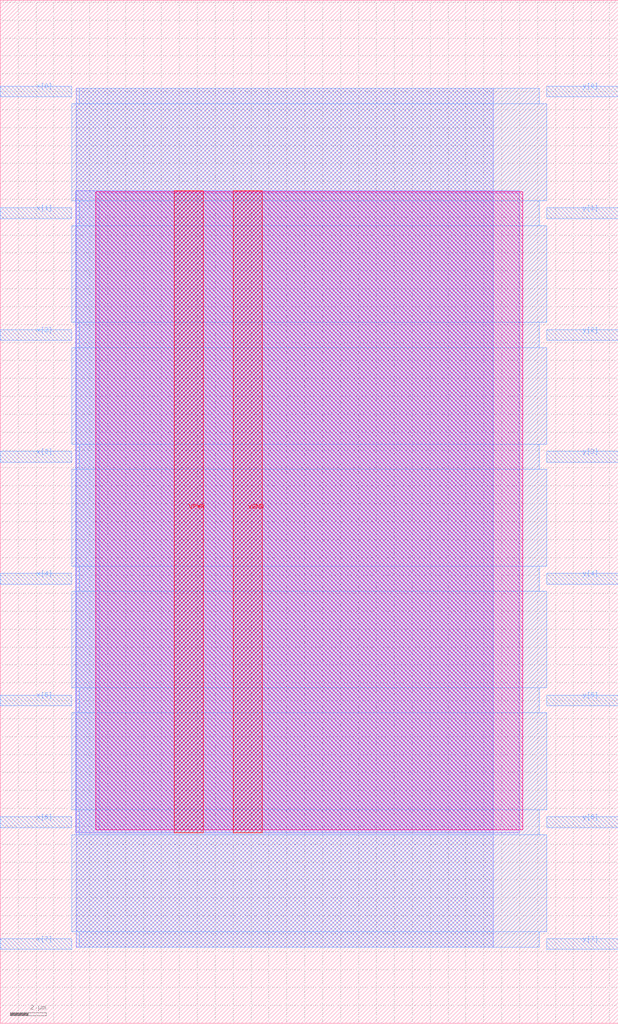
<source format=lef>
VERSION 5.7 ;
  NOWIREEXTENSIONATPIN ON ;
  DIVIDERCHAR "/" ;
  BUSBITCHARS "[]" ;
MACRO complement
  CLASS BLOCK ;
  FOREIGN complement ;
  ORIGIN 0.000 0.000 ;
  SIZE 34.500 BY 57.120 ;
  PIN VGND
    DIRECTION INOUT ;
    USE GROUND ;
    PORT
      LAYER met4 ;
        RECT 13.020 10.640 14.620 46.480 ;
    END
  END VGND
  PIN VPWR
    DIRECTION INOUT ;
    USE POWER ;
    PORT
      LAYER met4 ;
        RECT 9.720 10.640 11.320 46.480 ;
    END
  END VPWR
  PIN x[0]
    DIRECTION INPUT ;
    USE SIGNAL ;
    ANTENNAGATEAREA 0.196500 ;
    PORT
      LAYER met3 ;
        RECT 0.000 51.720 4.000 52.320 ;
    END
  END x[0]
  PIN x[1]
    DIRECTION INPUT ;
    USE SIGNAL ;
    ANTENNAGATEAREA 0.196500 ;
    PORT
      LAYER met3 ;
        RECT 0.000 44.920 4.000 45.520 ;
    END
  END x[1]
  PIN x[2]
    DIRECTION INPUT ;
    USE SIGNAL ;
    ANTENNAGATEAREA 0.196500 ;
    PORT
      LAYER met3 ;
        RECT 0.000 38.120 4.000 38.720 ;
    END
  END x[2]
  PIN x[3]
    DIRECTION INPUT ;
    USE SIGNAL ;
    ANTENNAGATEAREA 0.196500 ;
    PORT
      LAYER met3 ;
        RECT 0.000 31.320 4.000 31.920 ;
    END
  END x[3]
  PIN x[4]
    DIRECTION INPUT ;
    USE SIGNAL ;
    ANTENNAGATEAREA 0.196500 ;
    PORT
      LAYER met3 ;
        RECT 0.000 24.520 4.000 25.120 ;
    END
  END x[4]
  PIN x[5]
    DIRECTION INPUT ;
    USE SIGNAL ;
    ANTENNAGATEAREA 0.196500 ;
    PORT
      LAYER met3 ;
        RECT 0.000 17.720 4.000 18.320 ;
    END
  END x[5]
  PIN x[6]
    DIRECTION INPUT ;
    USE SIGNAL ;
    ANTENNAGATEAREA 0.196500 ;
    PORT
      LAYER met3 ;
        RECT 0.000 10.920 4.000 11.520 ;
    END
  END x[6]
  PIN x[7]
    DIRECTION INPUT ;
    USE SIGNAL ;
    ANTENNAGATEAREA 0.196500 ;
    PORT
      LAYER met3 ;
        RECT 0.000 4.120 4.000 4.720 ;
    END
  END x[7]
  PIN y[0]
    DIRECTION OUTPUT ;
    USE SIGNAL ;
    ANTENNADIFFAREA 0.445500 ;
    PORT
      LAYER met3 ;
        RECT 30.500 51.720 34.500 52.320 ;
    END
  END y[0]
  PIN y[1]
    DIRECTION OUTPUT ;
    USE SIGNAL ;
    ANTENNADIFFAREA 0.445500 ;
    PORT
      LAYER met3 ;
        RECT 30.500 44.920 34.500 45.520 ;
    END
  END y[1]
  PIN y[2]
    DIRECTION OUTPUT ;
    USE SIGNAL ;
    ANTENNADIFFAREA 0.445500 ;
    PORT
      LAYER met3 ;
        RECT 30.500 38.120 34.500 38.720 ;
    END
  END y[2]
  PIN y[3]
    DIRECTION OUTPUT ;
    USE SIGNAL ;
    ANTENNADIFFAREA 0.445500 ;
    PORT
      LAYER met3 ;
        RECT 30.500 31.320 34.500 31.920 ;
    END
  END y[3]
  PIN y[4]
    DIRECTION OUTPUT ;
    USE SIGNAL ;
    ANTENNADIFFAREA 0.445500 ;
    PORT
      LAYER met3 ;
        RECT 30.500 24.520 34.500 25.120 ;
    END
  END y[4]
  PIN y[5]
    DIRECTION OUTPUT ;
    USE SIGNAL ;
    ANTENNADIFFAREA 0.445500 ;
    PORT
      LAYER met3 ;
        RECT 30.500 17.720 34.500 18.320 ;
    END
  END y[5]
  PIN y[6]
    DIRECTION OUTPUT ;
    USE SIGNAL ;
    ANTENNADIFFAREA 0.445500 ;
    PORT
      LAYER met3 ;
        RECT 30.500 10.920 34.500 11.520 ;
    END
  END y[6]
  PIN y[7]
    DIRECTION OUTPUT ;
    USE SIGNAL ;
    ANTENNADIFFAREA 0.795200 ;
    PORT
      LAYER met3 ;
        RECT 30.500 4.120 34.500 4.720 ;
    END
  END y[7]
  OBS
      LAYER nwell ;
        RECT 5.330 10.795 29.170 46.430 ;
      LAYER li1 ;
        RECT 5.520 10.795 28.980 46.325 ;
      LAYER met1 ;
        RECT 4.210 10.640 28.980 46.480 ;
      LAYER met2 ;
        RECT 4.230 4.235 27.510 52.205 ;
      LAYER met3 ;
        RECT 4.400 51.320 30.100 52.185 ;
        RECT 3.990 45.920 30.500 51.320 ;
        RECT 4.400 44.520 30.100 45.920 ;
        RECT 3.990 39.120 30.500 44.520 ;
        RECT 4.400 37.720 30.100 39.120 ;
        RECT 3.990 32.320 30.500 37.720 ;
        RECT 4.400 30.920 30.100 32.320 ;
        RECT 3.990 25.520 30.500 30.920 ;
        RECT 4.400 24.120 30.100 25.520 ;
        RECT 3.990 18.720 30.500 24.120 ;
        RECT 4.400 17.320 30.100 18.720 ;
        RECT 3.990 11.920 30.500 17.320 ;
        RECT 4.400 10.520 30.100 11.920 ;
        RECT 3.990 5.120 30.500 10.520 ;
        RECT 4.400 4.255 30.100 5.120 ;
  END
END complement
END LIBRARY


</source>
